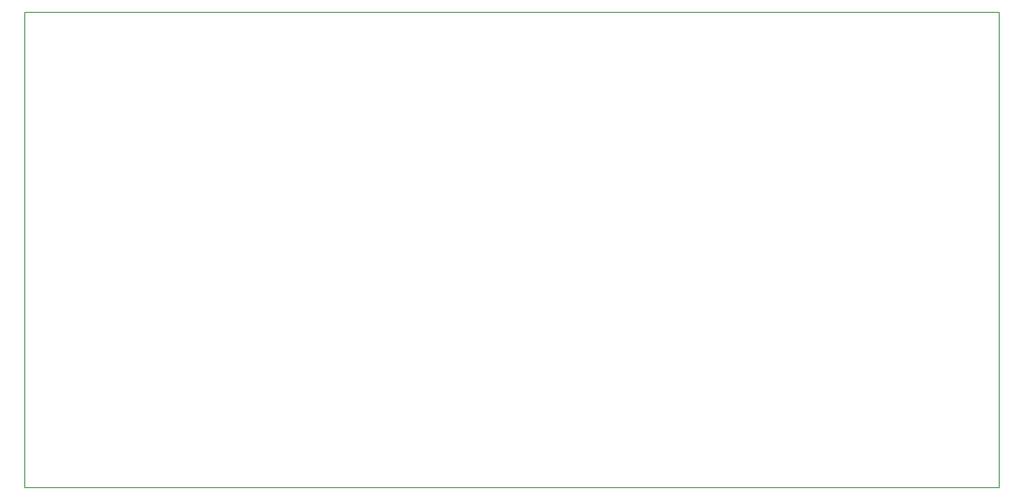
<source format=gm1>
G04 MADE WITH FRITZING*
G04 WWW.FRITZING.ORG*
G04 DOUBLE SIDED*
G04 HOLES PLATED*
G04 CONTOUR ON CENTER OF CONTOUR VECTOR*
%ASAXBY*%
%FSLAX23Y23*%
%MOIN*%
%OFA0B0*%
%SFA1.0B1.0*%
%ADD10R,7.086620X3.464570*%
%ADD11C,0.008000*%
%ADD10C,0.008*%
%LNCONTOUR*%
G90*
G70*
G54D10*
G54D11*
X4Y3461D02*
X7083Y3461D01*
X7083Y4D01*
X4Y4D01*
X4Y3461D01*
D02*
G04 End of contour*
M02*
</source>
